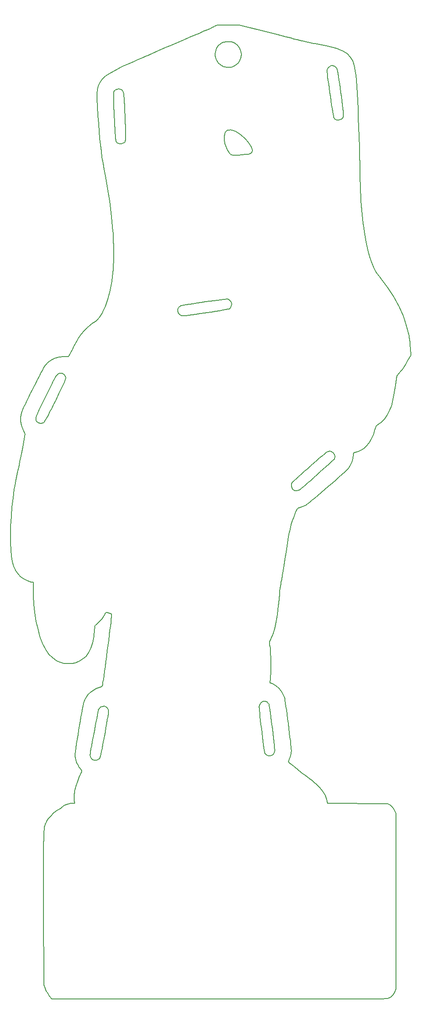
<source format=gm1>
G04 #@! TF.GenerationSoftware,KiCad,Pcbnew,(5.1.5)-3*
G04 #@! TF.CreationDate,2020-02-08T22:33:43-06:00*
G04 #@! TF.ProjectId,tymkrs_Cyphercon_2020_flamingo,74796d6b-7273-45f4-9379-70686572636f,V0*
G04 #@! TF.SameCoordinates,Original*
G04 #@! TF.FileFunction,Profile,NP*
%FSLAX46Y46*%
G04 Gerber Fmt 4.6, Leading zero omitted, Abs format (unit mm)*
G04 Created by KiCad (PCBNEW (5.1.5)-3) date 2020-02-08 22:33:43*
%MOMM*%
%LPD*%
G04 APERTURE LIST*
%ADD10C,0.180000*%
G04 APERTURE END LIST*
D10*
X134389769Y-10306290D02*
X134389769Y-10306290D01*
X129229538Y-9000000D02*
X134389769Y-10306290D01*
X125028184Y-9000000D02*
X129229538Y-9000000D01*
X124439092Y-9304966D02*
X125028184Y-9000000D01*
X124362799Y-9342052D02*
X124439092Y-9304966D01*
X124087874Y-9467697D02*
X124362799Y-9342052D01*
X123651897Y-9661892D02*
X124087874Y-9467697D01*
X123069734Y-9918177D02*
X123651897Y-9661892D01*
X122356248Y-10230090D02*
X123069734Y-9918177D01*
X121526305Y-10591170D02*
X122356248Y-10230090D01*
X120594769Y-10994955D02*
X121526305Y-10591170D01*
X119576506Y-11434985D02*
X120594769Y-10994955D01*
X118486380Y-11904799D02*
X119576506Y-11434985D01*
X117339256Y-12397934D02*
X118486380Y-11904799D01*
X116150000Y-12907931D02*
X117339256Y-12397934D01*
X115043862Y-13381756D02*
X116150000Y-12907931D01*
X113661289Y-13974308D02*
X115043862Y-13381756D01*
X112440285Y-14498249D02*
X113661289Y-13974308D01*
X111436475Y-14929898D02*
X112440285Y-14498249D01*
X124616199Y-14513890D02*
X124606637Y-14929898D01*
X124652955Y-14175813D02*
X124616199Y-14513890D01*
X124851357Y-13524250D02*
X124652955Y-14175813D01*
X125214341Y-12984870D02*
X124851357Y-13524250D01*
X125744801Y-12552643D02*
X125214341Y-12984870D01*
X125879562Y-12471491D02*
X125744801Y-12552643D01*
X126117005Y-12352408D02*
X125879562Y-12471491D01*
X126355528Y-12285657D02*
X126117005Y-12352408D01*
X126661384Y-12256449D02*
X126355528Y-12285657D01*
X127100828Y-12250000D02*
X126661384Y-12256449D01*
X127453821Y-12252718D02*
X127100828Y-12250000D01*
X127772288Y-12273030D02*
X127453821Y-12252718D01*
X128010035Y-12328017D02*
X127772288Y-12273030D01*
X128233633Y-12434694D02*
X128010035Y-12328017D01*
X128509655Y-12610076D02*
X128233633Y-12434694D01*
X128807027Y-12837786D02*
X128509655Y-12610076D01*
X129256642Y-13352010D02*
X128807027Y-12837786D01*
X129544653Y-13944316D02*
X129256642Y-13352010D01*
X129662899Y-14583274D02*
X129544653Y-13944316D01*
X129603221Y-15237456D02*
X129662899Y-14583274D01*
X129357457Y-15875432D02*
X129603221Y-15237456D01*
X129080442Y-16293189D02*
X129357457Y-15875432D01*
X128597106Y-16747307D02*
X129080442Y-16293189D01*
X127989020Y-17053873D02*
X128597106Y-16747307D01*
X127663223Y-17144661D02*
X127989020Y-17053873D01*
X126989018Y-17190910D02*
X127663223Y-17144661D01*
X126336162Y-17060170D02*
X126989018Y-17190910D01*
X125738484Y-16766500D02*
X126336162Y-17060170D01*
X125229809Y-16323963D02*
X125738484Y-16766500D01*
X124843964Y-15746616D02*
X125229809Y-16323963D01*
X124751922Y-15549122D02*
X124843964Y-15746616D01*
X124646030Y-15243328D02*
X124751922Y-15549122D01*
X124606637Y-14929898D02*
X124646030Y-15243328D01*
X111367884Y-14959393D02*
X111436475Y-14929898D01*
X110431120Y-15363555D02*
X111367884Y-14959393D01*
X109617027Y-15716547D02*
X110431120Y-15363555D01*
X108912639Y-16024183D02*
X109617027Y-15716547D01*
X108304990Y-16292278D02*
X108912639Y-16024183D01*
X107781113Y-16526645D02*
X108304990Y-16292278D01*
X107328044Y-16733098D02*
X107781113Y-16526645D01*
X106932815Y-16917451D02*
X107328044Y-16733098D01*
X106582461Y-17085518D02*
X106932815Y-16917451D01*
X106264015Y-17243112D02*
X106582461Y-17085518D01*
X105964513Y-17396047D02*
X106264015Y-17243112D01*
X105670986Y-17550138D02*
X105964513Y-17396047D01*
X105370471Y-17711197D02*
X105670986Y-17550138D01*
X105156299Y-17827376D02*
X105370471Y-17711197D01*
X146227145Y-17640605D02*
X146200000Y-17827376D01*
X146396351Y-17296386D02*
X146227145Y-17640605D01*
X146672155Y-17009923D02*
X146396351Y-17296386D01*
X146998015Y-16850435D02*
X146672155Y-17009923D01*
X147162886Y-16831448D02*
X146998015Y-16850435D01*
X147556672Y-16910803D02*
X147162886Y-16831448D01*
X147899482Y-17139163D02*
X147556672Y-16910803D01*
X148130723Y-17482704D02*
X147899482Y-17139163D01*
X148158968Y-17575020D02*
X148130723Y-17482704D01*
X148223945Y-17874346D02*
X148158968Y-17575020D01*
X148305189Y-18325852D02*
X148223945Y-17874346D01*
X148399404Y-18904543D02*
X148305189Y-18325852D01*
X148503295Y-19585423D02*
X148399404Y-18904543D01*
X148613565Y-20343498D02*
X148503295Y-19585423D01*
X148726921Y-21153770D02*
X148613565Y-20343498D01*
X148840065Y-21991246D02*
X148726921Y-21153770D01*
X148949703Y-22830928D02*
X148840065Y-21991246D01*
X149052539Y-23647823D02*
X148949703Y-22830928D01*
X149145277Y-24416934D02*
X149052539Y-23647823D01*
X149224622Y-25113266D02*
X149145277Y-24416934D01*
X149287278Y-25711823D02*
X149224622Y-25113266D01*
X149329949Y-26187610D02*
X149287278Y-25711823D01*
X149349341Y-26515631D02*
X149329949Y-26187610D01*
X149342156Y-26670891D02*
X149349341Y-26515631D01*
X149215855Y-26890714D02*
X149342156Y-26670891D01*
X149000000Y-27110272D02*
X149215855Y-26890714D01*
X148897643Y-27177663D02*
X149000000Y-27110272D01*
X148481605Y-27332161D02*
X148897643Y-27177663D01*
X148079585Y-27312878D02*
X148481605Y-27332161D01*
X147731659Y-27128325D02*
X148079585Y-27312878D01*
X147477907Y-26787015D02*
X147731659Y-27128325D01*
X147472240Y-26772456D02*
X147477907Y-26787015D01*
X147426856Y-26581931D02*
X147472240Y-26772456D01*
X147360107Y-26223135D02*
X147426856Y-26581931D01*
X147275624Y-25721520D02*
X147360107Y-26223135D01*
X147177036Y-25102540D02*
X147275624Y-25721520D01*
X147067975Y-24391649D02*
X147177036Y-25102540D01*
X146952070Y-23614299D02*
X147067975Y-24391649D01*
X146832953Y-22795945D02*
X146952070Y-23614299D01*
X146714253Y-21962041D02*
X146832953Y-22795945D01*
X146599601Y-21138038D02*
X146714253Y-21962041D01*
X146492627Y-20349392D02*
X146599601Y-21138038D01*
X146396962Y-19621556D02*
X146492627Y-20349392D01*
X146316237Y-18979982D02*
X146396962Y-19621556D01*
X146254081Y-18450126D02*
X146316237Y-18979982D01*
X146214125Y-18057439D02*
X146254081Y-18450126D01*
X146200000Y-17827376D02*
X146214125Y-18057439D01*
X105050000Y-17885039D02*
X105156299Y-17827376D01*
X104255510Y-18344901D02*
X105050000Y-17885039D01*
X103476984Y-18882883D02*
X104255510Y-18344901D01*
X102867996Y-19433287D02*
X103476984Y-18882883D01*
X102413534Y-20021207D02*
X102867996Y-19433287D01*
X102098586Y-20671739D02*
X102413534Y-20021207D01*
X101908141Y-21409977D02*
X102098586Y-20671739D01*
X101827187Y-22261017D02*
X101908141Y-21409977D01*
X101835191Y-22846254D02*
X101827187Y-22261017D01*
X105017947Y-22343389D02*
X105005251Y-22846254D01*
X105061507Y-21990829D02*
X105017947Y-22343389D01*
X105147994Y-21750180D02*
X105061507Y-21990829D01*
X105289470Y-21583047D02*
X105147994Y-21750180D01*
X105497998Y-21451035D02*
X105289470Y-21583047D01*
X105709018Y-21359449D02*
X105497998Y-21451035D01*
X106091495Y-21312402D02*
X105709018Y-21359449D01*
X106485497Y-21442500D02*
X106091495Y-21312402D01*
X106569447Y-21488220D02*
X106485497Y-21442500D01*
X106676470Y-21562939D02*
X106569447Y-21488220D01*
X106766482Y-21662349D02*
X106676470Y-21562939D01*
X106842045Y-21803960D02*
X106766482Y-21662349D01*
X106905721Y-22005287D02*
X106842045Y-21803960D01*
X106960071Y-22283840D02*
X106905721Y-22005287D01*
X107007658Y-22657134D02*
X106960071Y-22283840D01*
X107051044Y-23142680D02*
X107007658Y-22657134D01*
X107092790Y-23757990D02*
X107051044Y-23142680D01*
X107135459Y-24520578D02*
X107092790Y-23757990D01*
X107181612Y-25447955D02*
X107135459Y-24520578D01*
X107233813Y-26557635D02*
X107181612Y-25447955D01*
X107283873Y-27644501D02*
X107233813Y-26557635D01*
X107324799Y-28582666D02*
X107283873Y-27644501D01*
X107353853Y-29355515D02*
X107324799Y-28582666D01*
X107369882Y-29980519D02*
X107353853Y-29355515D01*
X107371734Y-30475149D02*
X107369882Y-29980519D01*
X107370627Y-30506487D02*
X107371734Y-30475149D01*
X126460725Y-29952644D02*
X126363254Y-30506487D01*
X126671423Y-29517199D02*
X126460725Y-29952644D01*
X126684001Y-29500531D02*
X126671423Y-29517199D01*
X126845250Y-29340970D02*
X126684001Y-29500531D01*
X127060034Y-29257120D02*
X126845250Y-29340970D01*
X127401257Y-29219214D02*
X127060034Y-29257120D01*
X127518202Y-29214304D02*
X127401257Y-29219214D01*
X127846147Y-29233870D02*
X127518202Y-29214304D01*
X128168803Y-29323270D02*
X127846147Y-29233870D01*
X128571857Y-29503298D02*
X128168803Y-29323270D01*
X128763433Y-29602623D02*
X128571857Y-29503298D01*
X129606108Y-30158062D02*
X128763433Y-29602623D01*
X130388387Y-30860703D02*
X129606108Y-30158062D01*
X131067274Y-31667492D02*
X130388387Y-30860703D01*
X131599774Y-32535374D02*
X131067274Y-31667492D01*
X131754924Y-32858373D02*
X131599774Y-32535374D01*
X131826246Y-33070477D02*
X131754924Y-32858373D01*
X131822523Y-33227838D02*
X131826246Y-33070477D01*
X131754702Y-33390906D02*
X131822523Y-33227838D01*
X131677969Y-33515437D02*
X131754702Y-33390906D01*
X131511132Y-33677088D02*
X131677969Y-33515437D01*
X131265110Y-33797728D02*
X131511132Y-33677088D01*
X130909711Y-33886628D02*
X131265110Y-33797728D01*
X130414739Y-33953054D02*
X130909711Y-33886628D01*
X129750000Y-34006276D02*
X130414739Y-33953054D01*
X129098259Y-34048816D02*
X129750000Y-34006276D01*
X128596901Y-34077553D02*
X129098259Y-34048816D01*
X128234218Y-34087506D02*
X128596901Y-34077553D01*
X127979324Y-34074945D02*
X128234218Y-34087506D01*
X127801331Y-34036143D02*
X127979324Y-34074945D01*
X127669352Y-33967370D02*
X127801331Y-34036143D01*
X127552501Y-33864898D02*
X127669352Y-33967370D01*
X127419890Y-33725000D02*
X127552501Y-33864898D01*
X127317871Y-33610197D02*
X127419890Y-33725000D01*
X126959104Y-33082141D02*
X127317871Y-33610197D01*
X126676932Y-32466557D02*
X126959104Y-33082141D01*
X126478683Y-31804630D02*
X126676932Y-32466557D01*
X126371682Y-31137545D02*
X126478683Y-31804630D01*
X126363254Y-30506487D02*
X126371682Y-31137545D01*
X107358255Y-30856877D02*
X107370627Y-30506487D01*
X107328293Y-31143175D02*
X107358255Y-30856877D01*
X107280694Y-31351515D02*
X107328293Y-31143175D01*
X107214307Y-31499367D02*
X107280694Y-31351515D01*
X107127977Y-31604203D02*
X107214307Y-31499367D01*
X107020552Y-31683496D02*
X107127977Y-31604203D01*
X106890880Y-31754715D02*
X107020552Y-31683496D01*
X106545237Y-31865190D02*
X106890880Y-31754715D01*
X106125671Y-31846194D02*
X106545237Y-31865190D01*
X105753153Y-31677044D02*
X106125671Y-31846194D01*
X105484389Y-31373123D02*
X105753153Y-31677044D01*
X105478637Y-31358722D02*
X105484389Y-31373123D01*
X105445964Y-31174508D02*
X105478637Y-31358722D01*
X105407336Y-30820968D02*
X105445964Y-31174508D01*
X105364208Y-30323493D02*
X105407336Y-30820968D01*
X105318036Y-29707474D02*
X105364208Y-30323493D01*
X105270274Y-28998303D02*
X105318036Y-29707474D01*
X105222378Y-28221371D02*
X105270274Y-28998303D01*
X105175802Y-27402070D02*
X105222378Y-28221371D01*
X105132003Y-26565791D02*
X105175802Y-27402070D01*
X105092436Y-25737925D02*
X105132003Y-26565791D01*
X105058554Y-24943865D02*
X105092436Y-25737925D01*
X105031814Y-24209000D02*
X105058554Y-24943865D01*
X105013671Y-23558723D02*
X105031814Y-24209000D01*
X105005581Y-23018425D02*
X105013671Y-23558723D01*
X105005251Y-22846254D02*
X105005581Y-23018425D01*
X101840712Y-23249952D02*
X101835191Y-22846254D01*
X101916831Y-24657056D02*
X101840712Y-23249952D01*
X102021560Y-26424728D02*
X101916831Y-24657056D01*
X102129263Y-28032753D02*
X102021560Y-26424728D01*
X102242404Y-29504437D02*
X102129263Y-28032753D01*
X102363444Y-30863087D02*
X102242404Y-29504437D01*
X102494847Y-32132009D02*
X102363444Y-30863087D01*
X102639074Y-33334509D02*
X102494847Y-32132009D01*
X102798588Y-34493893D02*
X102639074Y-33334509D01*
X102975852Y-35633468D02*
X102798588Y-34493893D01*
X103173327Y-36776539D02*
X102975852Y-35633468D01*
X103393477Y-37946414D02*
X103173327Y-36776539D01*
X103768095Y-39971759D02*
X103393477Y-37946414D01*
X104251745Y-42994026D02*
X103768095Y-39971759D01*
X104635434Y-45953710D02*
X104251745Y-42994026D01*
X104912053Y-48800000D02*
X104635434Y-45953710D01*
X104924186Y-48962219D02*
X104912053Y-48800000D01*
X104965482Y-49702047D02*
X104924186Y-48962219D01*
X104995963Y-50566370D02*
X104965482Y-49702047D01*
X105015650Y-51514662D02*
X104995963Y-50566370D01*
X105024562Y-52506395D02*
X105015650Y-51514662D01*
X105022718Y-53501045D02*
X105024562Y-52506395D01*
X105010139Y-54458084D02*
X105022718Y-53501045D01*
X104986844Y-55336986D02*
X105010139Y-54458084D01*
X104952854Y-56097225D02*
X104986844Y-55336986D01*
X104908188Y-56698274D02*
X104952854Y-56097225D01*
X104717759Y-58256609D02*
X104908188Y-56698274D01*
X104389233Y-60064762D02*
X104717759Y-58256609D01*
X103961614Y-61709281D02*
X104389233Y-60064762D01*
X103435964Y-63186210D02*
X103961614Y-61709281D01*
X103040044Y-64016298D02*
X103435964Y-63186210D01*
X117398353Y-63757502D02*
X117372727Y-64016298D01*
X117576343Y-63370164D02*
X117398353Y-63757502D01*
X117925250Y-63086486D02*
X117576343Y-63370164D01*
X117951829Y-63076844D02*
X117925250Y-63086486D01*
X118153052Y-63032181D02*
X117951829Y-63076844D01*
X118518664Y-62965832D02*
X118153052Y-63032181D01*
X119023457Y-62881467D02*
X118518664Y-62965832D01*
X119642219Y-62782757D02*
X119023457Y-62881467D01*
X120349742Y-62673374D02*
X119642219Y-62782757D01*
X121120816Y-62556986D02*
X120349742Y-62673374D01*
X121930231Y-62437266D02*
X121120816Y-62556986D01*
X122752778Y-62317884D02*
X121930231Y-62437266D01*
X123563247Y-62202510D02*
X122752778Y-62317884D01*
X124336429Y-62094815D02*
X123563247Y-62202510D01*
X125047114Y-61998470D02*
X124336429Y-62094815D01*
X125670092Y-61917145D02*
X125047114Y-61998470D01*
X126180154Y-61854511D02*
X125670092Y-61917145D01*
X126552090Y-61814239D02*
X126180154Y-61854511D01*
X126760691Y-61800000D02*
X126552090Y-61814239D01*
X126997525Y-61812004D02*
X126760691Y-61800000D01*
X127263513Y-61895023D02*
X126997525Y-61812004D01*
X127507692Y-62092307D02*
X127263513Y-61895023D01*
X127660219Y-62288972D02*
X127507692Y-62092307D01*
X127793255Y-62673487D02*
X127660219Y-62288972D01*
X127773324Y-63073440D02*
X127793255Y-62673487D01*
X127607481Y-63433544D02*
X127773324Y-63073440D01*
X127302777Y-63698513D02*
X127607481Y-63433544D01*
X127262032Y-63711890D02*
X127302777Y-63698513D01*
X127040008Y-63759306D02*
X127262032Y-63711890D01*
X126651934Y-63829526D02*
X127040008Y-63759306D01*
X126119583Y-63919017D02*
X126651934Y-63829526D01*
X125464730Y-64024250D02*
X126119583Y-63919017D01*
X124709150Y-64141691D02*
X125464730Y-64024250D01*
X123874617Y-64267811D02*
X124709150Y-64141691D01*
X122982905Y-64399079D02*
X123874617Y-64267811D01*
X122595488Y-64455103D02*
X122982905Y-64399079D01*
X121710384Y-64581078D02*
X122595488Y-64455103D01*
X120882829Y-64696137D02*
X121710384Y-64581078D01*
X120136203Y-64797196D02*
X120882829Y-64696137D01*
X119493886Y-64881173D02*
X120136203Y-64797196D01*
X118979256Y-64944986D02*
X119493886Y-64881173D01*
X118615694Y-64985553D02*
X118979256Y-64944986D01*
X118426577Y-64999791D02*
X118615694Y-64985553D01*
X118080805Y-64953193D02*
X118426577Y-64999791D01*
X117706886Y-64758429D02*
X118080805Y-64953193D01*
X117461131Y-64437051D02*
X117706886Y-64758429D01*
X117372727Y-64016298D02*
X117461131Y-64437051D01*
X102813349Y-64491589D02*
X103040044Y-64016298D01*
X102654929Y-64771454D02*
X102813349Y-64491589D01*
X102331996Y-65273076D02*
X102654929Y-64771454D01*
X102005085Y-65660646D02*
X102331996Y-65273076D01*
X101626725Y-65985755D02*
X102005085Y-65660646D01*
X101149446Y-66300000D02*
X101626725Y-65985755D01*
X101066122Y-66351668D02*
X101149446Y-66300000D01*
X100516732Y-66756025D02*
X101066122Y-66351668D01*
X99924432Y-67283634D02*
X100516732Y-66756025D01*
X99333890Y-67889186D02*
X99924432Y-67283634D01*
X98789777Y-68527372D02*
X99333890Y-67889186D01*
X98336764Y-69152883D02*
X98789777Y-68527372D01*
X98273960Y-69251310D02*
X98336764Y-69152883D01*
X97994248Y-69718326D02*
X98273960Y-69251310D01*
X97674384Y-70287178D02*
X97994248Y-69718326D01*
X97349131Y-70894878D02*
X97674384Y-70287178D01*
X97053252Y-71478440D02*
X97349131Y-70894878D01*
X96356505Y-72901113D02*
X97053252Y-71478440D01*
X95753252Y-72840078D02*
X96356505Y-72901113D01*
X95397103Y-72820268D02*
X95753252Y-72840078D01*
X94511769Y-72903635D02*
X95397103Y-72820268D01*
X93651464Y-73163425D02*
X94511769Y-72903635D01*
X92856945Y-73584712D02*
X93651464Y-73163425D01*
X92168970Y-74152572D02*
X92856945Y-73584712D01*
X92136405Y-74186349D02*
X92168970Y-74152572D01*
X91992989Y-74347606D02*
X92136405Y-74186349D01*
X91846845Y-74537986D02*
X91992989Y-74347606D01*
X91687398Y-74776341D02*
X91846845Y-74537986D01*
X91504071Y-75081520D02*
X91687398Y-74776341D01*
X91286288Y-75472373D02*
X91504071Y-75081520D01*
X91023473Y-75967749D02*
X91286288Y-75472373D01*
X90705049Y-76586499D02*
X91023473Y-75967749D01*
X90320442Y-77347473D02*
X90705049Y-76586499D01*
X89859074Y-78269519D02*
X90320442Y-77347473D01*
X89800128Y-78387699D02*
X89859074Y-78269519D01*
X89389455Y-79211932D02*
X89800128Y-78387699D01*
X88991450Y-80012180D02*
X89389455Y-79211932D01*
X88618906Y-80762625D02*
X88991450Y-80012180D01*
X88284615Y-81437448D02*
X88618906Y-80762625D01*
X88001369Y-82010830D02*
X88284615Y-81437448D01*
X87781961Y-82456954D02*
X88001369Y-82010830D01*
X87639181Y-82750000D02*
X87781961Y-82456954D01*
X87271941Y-83657415D02*
X87639181Y-82750000D01*
X87080306Y-84514687D02*
X87271941Y-83657415D01*
X87075664Y-84832090D02*
X87080306Y-84514687D01*
X90053516Y-84613036D02*
X90022240Y-84832090D01*
X90134396Y-84331460D02*
X90053516Y-84613036D01*
X90270637Y-83970772D02*
X90134396Y-84331460D01*
X90467997Y-83514382D02*
X90270637Y-83970772D01*
X90732232Y-82945700D02*
X90467997Y-83514382D01*
X91069102Y-82248135D02*
X90732232Y-82945700D01*
X91484364Y-81405099D02*
X91069102Y-82248135D01*
X91983775Y-80400000D02*
X91484364Y-81405099D01*
X92320979Y-79723645D02*
X91983775Y-80400000D01*
X92747994Y-78872047D02*
X92320979Y-79723645D01*
X93102438Y-78173405D02*
X92747994Y-78872047D01*
X93393162Y-77611715D02*
X93102438Y-78173405D01*
X93629016Y-77170975D02*
X93393162Y-77611715D01*
X93818853Y-76835184D02*
X93629016Y-77170975D01*
X93971523Y-76588338D02*
X93818853Y-76835184D01*
X94095877Y-76414437D02*
X93971523Y-76588338D01*
X94200767Y-76297477D02*
X94095877Y-76414437D01*
X94295045Y-76221457D02*
X94200767Y-76297477D01*
X94326298Y-76201128D02*
X94295045Y-76221457D01*
X94643945Y-76054960D02*
X94326298Y-76201128D01*
X94945045Y-76053657D02*
X94643945Y-76054960D01*
X95144541Y-76120246D02*
X94945045Y-76053657D01*
X95473734Y-76355310D02*
X95144541Y-76120246D01*
X95709695Y-76684607D02*
X95473734Y-76355310D01*
X95800000Y-77047212D02*
X95709695Y-76684607D01*
X95766127Y-77186930D02*
X95800000Y-77047212D01*
X95650139Y-77492124D02*
X95766127Y-77186930D01*
X95462428Y-77930548D02*
X95650139Y-77492124D01*
X95214164Y-78479744D02*
X95462428Y-77930548D01*
X94916519Y-79117252D02*
X95214164Y-78479744D01*
X94580663Y-79820614D02*
X94916519Y-79117252D01*
X94217767Y-80567371D02*
X94580663Y-79820614D01*
X93839002Y-81335065D02*
X94217767Y-80567371D01*
X93455539Y-82101235D02*
X93839002Y-81335065D01*
X93078549Y-82843424D02*
X93455539Y-82101235D01*
X92719203Y-83539172D02*
X93078549Y-82843424D01*
X92388671Y-84166021D02*
X92719203Y-83539172D01*
X92098125Y-84701512D02*
X92388671Y-84166021D01*
X91858735Y-85123185D02*
X92098125Y-84701512D01*
X91681672Y-85408583D02*
X91858735Y-85123185D01*
X91578107Y-85535245D02*
X91681672Y-85408583D01*
X91393255Y-85637623D02*
X91578107Y-85535245D01*
X90971759Y-85749308D02*
X91393255Y-85637623D01*
X90591777Y-85665369D02*
X90971759Y-85749308D01*
X90253413Y-85385819D02*
X90591777Y-85665369D01*
X90168452Y-85280023D02*
X90253413Y-85385819D01*
X90085465Y-85148994D02*
X90168452Y-85280023D01*
X90034809Y-85005213D02*
X90085465Y-85148994D01*
X90022240Y-84832090D02*
X90034809Y-85005213D01*
X87068228Y-85340545D02*
X87075664Y-84832090D01*
X87235329Y-86162683D02*
X87068228Y-85340545D01*
X87581232Y-87008795D02*
X87235329Y-86162683D01*
X87961954Y-87767591D02*
X87581232Y-87008795D01*
X87492937Y-90308795D02*
X87961954Y-87767591D01*
X87412853Y-90737954D02*
X87492937Y-90308795D01*
X87260629Y-91532183D02*
X87412853Y-90737954D01*
X87105521Y-92317500D02*
X87260629Y-91532183D01*
X86957013Y-93046907D02*
X87105521Y-92317500D01*
X86824590Y-93673406D02*
X86957013Y-93046907D01*
X86717737Y-94150000D02*
X86824590Y-93673406D01*
X86519130Y-95015511D02*
X86717737Y-94150000D01*
X86158603Y-96742542D02*
X86519130Y-95015511D01*
X85974293Y-97784536D02*
X86158603Y-96742542D01*
X139301040Y-97725131D02*
X139300000Y-97784536D01*
X139334134Y-97421274D02*
X139301040Y-97725131D01*
X139399272Y-97201359D02*
X139334134Y-97421274D01*
X139423915Y-97171216D02*
X139399272Y-97201359D01*
X139578628Y-97018030D02*
X139423915Y-97171216D01*
X139856621Y-96758081D02*
X139578628Y-97018030D01*
X140239011Y-96408088D02*
X139856621Y-96758081D01*
X140706915Y-95984770D02*
X140239011Y-96408088D01*
X141241450Y-95504847D02*
X140706915Y-95984770D01*
X141823734Y-94985040D02*
X141241450Y-95504847D01*
X142434882Y-94442068D02*
X141823734Y-94985040D01*
X143056012Y-93892650D02*
X142434882Y-94442068D01*
X143668242Y-93353506D02*
X143056012Y-93892650D01*
X144252687Y-92841357D02*
X143668242Y-93353506D01*
X144790466Y-92372921D02*
X144252687Y-92841357D01*
X145262694Y-91964919D02*
X144790466Y-92372921D01*
X145650490Y-91634070D02*
X145262694Y-91964919D01*
X145934969Y-91397094D02*
X145650490Y-91634070D01*
X146097250Y-91270711D02*
X145934969Y-91397094D01*
X146121569Y-91255040D02*
X146097250Y-91270711D01*
X146404530Y-91145038D02*
X146121569Y-91255040D01*
X146729942Y-91100000D02*
X146404530Y-91145038D01*
X147080016Y-91166411D02*
X146729942Y-91100000D01*
X147408122Y-91385623D02*
X147080016Y-91166411D01*
X147627508Y-91717537D02*
X147408122Y-91385623D01*
X147712018Y-92120220D02*
X147627508Y-91717537D01*
X147635494Y-92551740D02*
X147712018Y-92120220D01*
X147633533Y-92555432D02*
X147635494Y-92551740D01*
X147535619Y-92659663D02*
X147633533Y-92555432D01*
X147307474Y-92877022D02*
X147535619Y-92659663D01*
X146967714Y-93190980D02*
X147307474Y-92877022D01*
X146534957Y-93585008D02*
X146967714Y-93190980D01*
X146027821Y-94042579D02*
X146534957Y-93585008D01*
X145464924Y-94547162D02*
X146027821Y-94042579D01*
X144864883Y-95082231D02*
X145464924Y-94547162D01*
X144246316Y-95631256D02*
X144864883Y-95082231D01*
X143627841Y-96177708D02*
X144246316Y-95631256D01*
X143028076Y-96705060D02*
X143627841Y-96177708D01*
X142465638Y-97196782D02*
X143028076Y-96705060D01*
X141959145Y-97636346D02*
X142465638Y-97196782D01*
X141527215Y-98007224D02*
X141959145Y-97636346D01*
X141188465Y-98292886D02*
X141527215Y-98007224D01*
X140961514Y-98476805D02*
X141188465Y-98292886D01*
X140719816Y-98618706D02*
X140961514Y-98476805D01*
X140326363Y-98703334D02*
X140719816Y-98618706D01*
X139943524Y-98643844D02*
X140326363Y-98703334D01*
X139615431Y-98458623D02*
X139943524Y-98643844D01*
X139386212Y-98166058D02*
X139615431Y-98458623D01*
X139300000Y-97784536D02*
X139386212Y-98166058D01*
X85862507Y-98416518D02*
X85974293Y-97784536D01*
X85624137Y-100087571D02*
X85862507Y-98416518D01*
X85436787Y-101805830D02*
X85624137Y-100087571D01*
X85293753Y-103621426D02*
X85436787Y-101805830D01*
X85188329Y-105584489D02*
X85293753Y-103621426D01*
X85140103Y-107202796D02*
X85188329Y-105584489D01*
X85145104Y-108757750D02*
X85140103Y-107202796D01*
X85209328Y-110131575D02*
X85145104Y-108757750D01*
X85333336Y-111329563D02*
X85209328Y-110131575D01*
X85517688Y-112357008D02*
X85333336Y-111329563D01*
X85762942Y-113219204D02*
X85517688Y-112357008D01*
X86069660Y-113921445D02*
X85762942Y-113219204D01*
X86097396Y-113971910D02*
X86069660Y-113921445D01*
X86558913Y-114650671D02*
X86097396Y-113971910D01*
X87125802Y-115247030D02*
X86558913Y-114650671D01*
X87761423Y-115732660D02*
X87125802Y-115247030D01*
X88429138Y-116079232D02*
X87761423Y-115732660D01*
X89092307Y-116258418D02*
X88429138Y-116079232D01*
X89559893Y-116320445D02*
X89092307Y-116258418D01*
X89517781Y-117802838D02*
X89559893Y-116320445D01*
X89523358Y-119039035D02*
X89517781Y-117802838D01*
X89621000Y-120565121D02*
X89523358Y-119039035D01*
X89810306Y-122173910D02*
X89621000Y-120565121D01*
X90085553Y-123818002D02*
X89810306Y-122173910D01*
X90441020Y-125450000D02*
X90085553Y-123818002D01*
X90839596Y-126846592D02*
X90441020Y-125450000D01*
X91329778Y-128121021D02*
X90839596Y-126846592D01*
X91897456Y-129219838D02*
X91329778Y-128121021D01*
X92540929Y-130140623D02*
X91897456Y-129219838D01*
X93258495Y-130880950D02*
X92540929Y-130140623D01*
X94048451Y-131438398D02*
X93258495Y-130880950D01*
X94909095Y-131810544D02*
X94048451Y-131438398D01*
X95506648Y-131939893D02*
X94909095Y-131810544D01*
X96236208Y-131995167D02*
X95506648Y-131939893D01*
X96966049Y-131961839D02*
X96236208Y-131995167D01*
X97606849Y-131838968D02*
X96966049Y-131961839D01*
X98314946Y-131573320D02*
X97606849Y-131838968D01*
X99049720Y-131141539D02*
X98314946Y-131573320D01*
X99676339Y-130575021D02*
X99049720Y-131141539D01*
X100199556Y-129865646D02*
X99676339Y-130575021D01*
X100624124Y-129005293D02*
X100199556Y-129865646D01*
X100954793Y-127985842D02*
X100624124Y-129005293D01*
X101196318Y-126799172D02*
X100954793Y-127985842D01*
X101353451Y-125437163D02*
X101196318Y-126799172D01*
X101385104Y-125073811D02*
X101353451Y-125437163D01*
X101426894Y-124800105D02*
X101385104Y-125073811D01*
X101496808Y-124622699D02*
X101426894Y-124800105D01*
X101617770Y-124486688D02*
X101496808Y-124622699D01*
X101812704Y-124337163D02*
X101617770Y-124486688D01*
X102004759Y-124176542D02*
X101812704Y-124337163D01*
X102356571Y-123813019D02*
X102004759Y-124176542D01*
X102723748Y-123368461D02*
X102356571Y-123813019D01*
X103058769Y-122901891D02*
X102723748Y-123368461D01*
X103314114Y-122472334D02*
X103058769Y-122901891D01*
X103449826Y-122240132D02*
X103314114Y-122472334D01*
X103574005Y-122144214D02*
X103449826Y-122240132D01*
X103729707Y-122162084D02*
X103574005Y-122144214D01*
X103734662Y-122163703D02*
X103729707Y-122162084D01*
X103992271Y-122232327D02*
X103734662Y-122163703D01*
X104300000Y-122295969D02*
X103992271Y-122232327D01*
X104300953Y-122296136D02*
X104300000Y-122295969D01*
X104534457Y-122355750D02*
X104300953Y-122296136D01*
X104627129Y-122468127D02*
X104534457Y-122355750D01*
X104637171Y-122703640D02*
X104627129Y-122468127D01*
X104636938Y-122709563D02*
X104637171Y-122703640D01*
X104616638Y-122973228D02*
X104636938Y-122709563D01*
X104571643Y-123411524D02*
X104616638Y-122973228D01*
X104504843Y-124002502D02*
X104571643Y-123411524D01*
X104419128Y-124724212D02*
X104504843Y-124002502D01*
X104317389Y-125554706D02*
X104419128Y-124724212D01*
X104202515Y-126472035D02*
X104317389Y-125554706D01*
X104077398Y-127454251D02*
X104202515Y-126472035D01*
X103944926Y-128479403D02*
X104077398Y-127454251D01*
X103807990Y-129525543D02*
X103944926Y-128479403D01*
X103669482Y-130570723D02*
X103807990Y-129525543D01*
X103532289Y-131592992D02*
X103669482Y-130570723D01*
X103399304Y-132570403D02*
X103532289Y-131592992D01*
X103273416Y-133481007D02*
X103399304Y-132570403D01*
X103157516Y-134302853D02*
X103273416Y-133481007D01*
X103054493Y-135013994D02*
X103157516Y-134302853D01*
X102967238Y-135592481D02*
X103054493Y-135013994D01*
X102898641Y-136016365D02*
X102967238Y-135592481D01*
X102851592Y-136263696D02*
X102898641Y-136016365D01*
X102843346Y-136293305D02*
X102851592Y-136263696D01*
X102712644Y-136453087D02*
X102843346Y-136293305D01*
X102425931Y-136547229D02*
X102712644Y-136453087D01*
X102190016Y-136608353D02*
X102425931Y-136547229D01*
X101685370Y-136815075D02*
X102190016Y-136608353D01*
X101149044Y-137110523D02*
X101685370Y-136815075D01*
X100647605Y-137456019D02*
X101149044Y-137110523D01*
X100247623Y-137812885D02*
X100647605Y-137456019D01*
X100149495Y-137920993D02*
X100247623Y-137812885D01*
X99815430Y-138356613D02*
X100149495Y-137920993D01*
X99544254Y-138845698D02*
X99815430Y-138356613D01*
X99321173Y-139424875D02*
X99544254Y-138845698D01*
X99131392Y-140130767D02*
X99321173Y-139424875D01*
X98960114Y-141000000D02*
X99131392Y-140130767D01*
X98940229Y-141114583D02*
X98960114Y-141000000D01*
X98849489Y-141635641D02*
X98940229Y-141114583D01*
X98732882Y-142303187D02*
X98849489Y-141635641D01*
X98597311Y-143077807D02*
X98732882Y-142303187D01*
X98449677Y-143920090D02*
X98597311Y-143077807D01*
X98296882Y-144790625D02*
X98449677Y-143920090D01*
X98145827Y-145650000D02*
X98296882Y-144790625D01*
X97990383Y-146546737D02*
X98145827Y-145650000D01*
X97838618Y-147470591D02*
X97990383Y-146546737D01*
X97725811Y-148239989D02*
X97838618Y-147470591D01*
X97651223Y-148877616D02*
X97725811Y-148239989D01*
X97614116Y-149406155D02*
X97651223Y-148877616D01*
X97613972Y-149580059D02*
X97614116Y-149406155D01*
X100502178Y-149544997D02*
X100500000Y-149580059D01*
X100532281Y-149320491D02*
X100502178Y-149544997D01*
X100594046Y-148934519D02*
X100532281Y-149320491D01*
X100682722Y-148412680D02*
X100594046Y-148934519D01*
X100793556Y-147780577D02*
X100682722Y-148412680D01*
X100921799Y-147063808D02*
X100793556Y-147780577D01*
X101062697Y-146287974D02*
X100921799Y-147063808D01*
X101211500Y-145478676D02*
X101062697Y-146287974D01*
X101363457Y-144661513D02*
X101211500Y-145478676D01*
X101513814Y-143862087D02*
X101363457Y-144661513D01*
X101657822Y-143105997D02*
X101513814Y-143862087D01*
X101790729Y-142418845D02*
X101657822Y-143105997D01*
X101907783Y-141826229D02*
X101790729Y-142418845D01*
X102004232Y-141353751D02*
X101907783Y-141826229D01*
X102075325Y-141027012D02*
X102004232Y-141353751D01*
X102116311Y-140871610D02*
X102075325Y-141027012D01*
X102221858Y-140667903D02*
X102116311Y-140871610D01*
X102506017Y-140379050D02*
X102221858Y-140667903D01*
X102858296Y-140227490D02*
X102506017Y-140379050D01*
X103234283Y-140211301D02*
X102858296Y-140227490D01*
X103589566Y-140328559D02*
X103234283Y-140211301D01*
X103632569Y-140365429D02*
X103589566Y-140328559D01*
X133102181Y-140300149D02*
X133101068Y-140365429D01*
X133201118Y-139835719D02*
X133102181Y-140300149D01*
X133450008Y-139487887D02*
X133201118Y-139835719D01*
X133834572Y-139277827D02*
X133450008Y-139487887D01*
X134014512Y-139230743D02*
X133834572Y-139277827D01*
X134256690Y-139219059D02*
X134014512Y-139230743D01*
X134476540Y-139305798D02*
X134256690Y-139219059D01*
X134562323Y-139355259D02*
X134476540Y-139305798D01*
X134690371Y-139439449D02*
X134562323Y-139355259D01*
X134798985Y-139539169D02*
X134690371Y-139439449D01*
X134892425Y-139672730D02*
X134798985Y-139539169D01*
X134974948Y-139858446D02*
X134892425Y-139672730D01*
X135050814Y-140114629D02*
X134974948Y-139858446D01*
X135124280Y-140459592D02*
X135050814Y-140114629D01*
X135199606Y-140911647D02*
X135124280Y-140459592D01*
X135281049Y-141489107D02*
X135199606Y-140911647D01*
X135372868Y-142210284D02*
X135281049Y-141489107D01*
X135479322Y-143093492D02*
X135372868Y-142210284D01*
X135604670Y-144157043D02*
X135479322Y-143093492D01*
X135655703Y-144593523D02*
X135604670Y-144157043D01*
X135758022Y-145480826D02*
X135655703Y-144593523D01*
X135851461Y-146307283D02*
X135758022Y-145480826D01*
X135933537Y-147049938D02*
X135851461Y-146307283D01*
X136001766Y-147685835D02*
X135933537Y-147049938D01*
X136053667Y-148192019D02*
X136001766Y-147685835D01*
X136086756Y-148545533D02*
X136053667Y-148192019D01*
X136098551Y-148723422D02*
X136086756Y-148545533D01*
X136041275Y-149068167D02*
X136098551Y-148723422D01*
X135825000Y-149401895D02*
X136041275Y-149068167D01*
X135665337Y-149549439D02*
X135825000Y-149401895D01*
X135283740Y-149733900D02*
X135665337Y-149549439D01*
X134882263Y-149746454D02*
X135283740Y-149733900D01*
X134507237Y-149590849D02*
X134882263Y-149746454D01*
X134204992Y-149270833D02*
X134507237Y-149590849D01*
X134197891Y-149253717D02*
X134204992Y-149270833D01*
X134158245Y-149071755D02*
X134197891Y-149253717D01*
X134100377Y-148722718D02*
X134158245Y-149071755D01*
X134027389Y-148231625D02*
X134100377Y-148722718D01*
X133942381Y-147623497D02*
X134027389Y-148231625D01*
X133848456Y-146923352D02*
X133942381Y-147623497D01*
X133748715Y-146156211D02*
X133848456Y-146923352D01*
X133646259Y-145347095D02*
X133748715Y-146156211D01*
X133544190Y-144521023D02*
X133646259Y-145347095D01*
X133445610Y-143703014D02*
X133544190Y-144521023D01*
X133353619Y-142918090D02*
X133445610Y-143703014D01*
X133271320Y-142191270D02*
X133353619Y-142918090D01*
X133201814Y-141547574D02*
X133271320Y-142191270D01*
X133148202Y-141012021D02*
X133201814Y-141547574D01*
X133113587Y-140609633D02*
X133148202Y-141012021D01*
X133101068Y-140365429D02*
X133113587Y-140609633D01*
X103879734Y-140577345D02*
X103632569Y-140365429D01*
X104060375Y-140955735D02*
X103879734Y-140577345D01*
X104062879Y-141008736D02*
X104060375Y-140955735D01*
X104041343Y-141249266D02*
X104062879Y-141008736D01*
X103988200Y-141648675D02*
X104041343Y-141249266D01*
X103907905Y-142182046D02*
X103988200Y-141648675D01*
X103804917Y-142824463D02*
X103907905Y-142182046D01*
X103683694Y-143551009D02*
X103804917Y-142824463D01*
X103548692Y-144336768D02*
X103683694Y-143551009D01*
X103404370Y-145156823D02*
X103548692Y-144336768D01*
X103255185Y-145986257D02*
X103404370Y-145156823D01*
X103105595Y-146800155D02*
X103255185Y-145986257D01*
X102960057Y-147573598D02*
X103105595Y-146800155D01*
X102823028Y-148281672D02*
X102960057Y-147573598D01*
X102698967Y-148899458D02*
X102823028Y-148281672D01*
X102592332Y-149402041D02*
X102698967Y-148899458D01*
X102507578Y-149764504D02*
X102592332Y-149402041D01*
X102449165Y-149961930D02*
X102507578Y-149764504D01*
X102293822Y-150225542D02*
X102449165Y-149961930D01*
X102088312Y-150436930D02*
X102293822Y-150225542D01*
X102004158Y-150485512D02*
X102088312Y-150436930D01*
X101663837Y-150579516D02*
X102004158Y-150485512D01*
X101285657Y-150583412D02*
X101663837Y-150579516D01*
X100974997Y-150491988D02*
X101285657Y-150583412D01*
X100920328Y-150453693D02*
X100974997Y-150491988D01*
X100719136Y-150213040D02*
X100920328Y-150453693D01*
X100562865Y-149890799D02*
X100719136Y-150213040D01*
X100500000Y-149580059D02*
X100562865Y-149890799D01*
X97613752Y-149848290D02*
X97613972Y-149580059D01*
X97649391Y-150226705D02*
X97613752Y-149848290D01*
X97720296Y-150564083D02*
X97649391Y-150226705D01*
X97825728Y-150883109D02*
X97720296Y-150564083D01*
X97964948Y-151206466D02*
X97825728Y-150883109D01*
X98145920Y-151556034D02*
X97964948Y-151206466D01*
X98376700Y-151935608D02*
X98145920Y-151556034D01*
X98585263Y-152217938D02*
X98376700Y-151935608D01*
X98682543Y-152334354D02*
X98585263Y-152217938D01*
X98838476Y-152552947D02*
X98682543Y-152334354D01*
X98900000Y-152690697D02*
X98838476Y-152552947D01*
X98898016Y-152706749D02*
X98900000Y-152690697D01*
X98838945Y-152875972D02*
X98898016Y-152706749D01*
X98714391Y-153159786D02*
X98838945Y-152875972D01*
X98546803Y-153506346D02*
X98714391Y-153159786D01*
X98468479Y-153665469D02*
X98546803Y-153506346D01*
X98068963Y-154610807D02*
X98468479Y-153665469D01*
X97757140Y-155587754D02*
X98068963Y-154610807D01*
X97543588Y-156550412D02*
X97757140Y-155587754D01*
X97438886Y-157452886D02*
X97543588Y-156550412D01*
X97453612Y-158249277D02*
X97438886Y-157452886D01*
X97520342Y-158872393D02*
X97453612Y-158249277D01*
X96780872Y-158919849D02*
X97520342Y-158872393D01*
X96764961Y-158920910D02*
X96780872Y-158919849D01*
X96189269Y-159012182D02*
X96764961Y-158920910D01*
X95664946Y-159190496D02*
X96189269Y-159012182D01*
X95241134Y-159434137D02*
X95664946Y-159190496D01*
X94966976Y-159721389D02*
X95241134Y-159434137D01*
X94863041Y-159830439D02*
X94966976Y-159721389D01*
X94615228Y-160007065D02*
X94863041Y-159830439D01*
X94300000Y-160182185D02*
X94615228Y-160007065D01*
X93903659Y-160421535D02*
X94300000Y-160182185D01*
X93395548Y-160829584D02*
X93903659Y-160421535D01*
X92895777Y-161323093D02*
X93395548Y-160829584D01*
X92455776Y-161850515D02*
X92895777Y-161323093D01*
X92126969Y-162360302D02*
X92455776Y-161850515D01*
X92066535Y-162472654D02*
X92126969Y-162360302D01*
X91988225Y-162616358D02*
X92066535Y-162472654D01*
X91917404Y-162752280D02*
X91988225Y-162616358D01*
X91853714Y-162890314D02*
X91917404Y-162752280D01*
X91796798Y-163040356D02*
X91853714Y-162890314D01*
X91746298Y-163212299D02*
X91796798Y-163040356D01*
X91701857Y-163416038D02*
X91746298Y-163212299D01*
X91663117Y-163661466D02*
X91701857Y-163416038D01*
X91629721Y-163958480D02*
X91663117Y-163661466D01*
X91601311Y-164316972D02*
X91629721Y-163958480D01*
X91577531Y-164746837D02*
X91601311Y-164316972D01*
X91558021Y-165257970D02*
X91577531Y-164746837D01*
X91542425Y-165860265D02*
X91558021Y-165257970D01*
X91530386Y-166563617D02*
X91542425Y-165860265D01*
X91521545Y-167377918D02*
X91530386Y-166563617D01*
X91515545Y-168313066D02*
X91521545Y-167377918D01*
X91512030Y-169378952D02*
X91515545Y-168313066D01*
X91510640Y-170585472D02*
X91512030Y-169378952D01*
X91511019Y-171942521D02*
X91510640Y-170585472D01*
X91512810Y-173459992D02*
X91511019Y-171942521D01*
X91515654Y-175147779D02*
X91512810Y-173459992D01*
X91519195Y-177015778D02*
X91515654Y-175147779D01*
X91523074Y-179073883D02*
X91519195Y-177015778D01*
X91550000Y-193850000D02*
X91523074Y-179073883D01*
X91827379Y-194550000D02*
X91550000Y-193850000D01*
X91833076Y-194564255D02*
X91827379Y-194550000D01*
X92042657Y-195007049D02*
X91833076Y-194564255D01*
X92321308Y-195494984D02*
X92042657Y-195007049D01*
X92610343Y-195925000D02*
X92321308Y-195494984D01*
X93115928Y-196600000D02*
X92610343Y-195925000D01*
X125232964Y-196599442D02*
X93115928Y-196600000D01*
X125477425Y-196599436D02*
X125232964Y-196599442D01*
X128775937Y-196599109D02*
X125477425Y-196599436D01*
X131877875Y-196598305D02*
X128775937Y-196599109D01*
X134786434Y-196597014D02*
X131877875Y-196598305D01*
X137504811Y-196595225D02*
X134786434Y-196597014D01*
X140036201Y-196592928D02*
X137504811Y-196595225D01*
X142383800Y-196590111D02*
X140036201Y-196592928D01*
X144550803Y-196586764D02*
X142383800Y-196590111D01*
X146540407Y-196582875D02*
X144550803Y-196586764D01*
X148355808Y-196578436D02*
X146540407Y-196582875D01*
X150000200Y-196573433D02*
X148355808Y-196578436D01*
X151476781Y-196567858D02*
X150000200Y-196573433D01*
X152788745Y-196561698D02*
X151476781Y-196567858D01*
X153939289Y-196554944D02*
X152788745Y-196561698D01*
X154931607Y-196547585D02*
X153939289Y-196554944D01*
X155768897Y-196539609D02*
X154931607Y-196547585D01*
X156454354Y-196531006D02*
X155768897Y-196539609D01*
X156991174Y-196521766D02*
X156454354Y-196531006D01*
X157382552Y-196511878D02*
X156991174Y-196521766D01*
X157631684Y-196501330D02*
X157382552Y-196511878D01*
X157741766Y-196490112D02*
X157631684Y-196501330D01*
X157882996Y-196447798D02*
X157741766Y-196490112D01*
X158446648Y-196188733D02*
X157882996Y-196447798D01*
X158875256Y-195806484D02*
X158446648Y-196188733D01*
X159206820Y-195269390D02*
X158875256Y-195806484D01*
X159499842Y-194650000D02*
X159206820Y-195269390D01*
X159499921Y-177740515D02*
X159499842Y-194650000D01*
X159500000Y-160831031D02*
X159499921Y-177740515D01*
X159175000Y-160193853D02*
X159500000Y-160831031D01*
X159136829Y-160120069D02*
X159175000Y-160193853D01*
X158911131Y-159744734D02*
X159136829Y-160120069D01*
X158669560Y-159479428D02*
X158911131Y-159744734D01*
X158350000Y-159253337D02*
X158669560Y-159479428D01*
X157850000Y-158950000D02*
X158350000Y-159253337D01*
X146255450Y-158850000D02*
X157850000Y-158950000D01*
X146183275Y-158426970D02*
X146255450Y-158850000D01*
X146102611Y-158085448D02*
X146183275Y-158426970D01*
X145824076Y-157389145D02*
X146102611Y-158085448D01*
X145401983Y-156665051D02*
X145824076Y-157389145D01*
X144860408Y-155951726D02*
X145401983Y-156665051D01*
X144223425Y-155287736D02*
X144860408Y-155951726D01*
X144094299Y-155171910D02*
X144223425Y-155287736D01*
X143740046Y-154871291D02*
X144094299Y-155171910D01*
X143291765Y-154505850D02*
X143740046Y-154871291D01*
X142793842Y-154111495D02*
X143291765Y-154505850D01*
X142290664Y-153724136D02*
X142793842Y-154111495D01*
X142066453Y-153554232D02*
X142290664Y-153724136D01*
X141235582Y-152922547D02*
X142066453Y-153554232D01*
X140549963Y-152397004D02*
X141235582Y-152922547D01*
X139997078Y-151967307D02*
X140549963Y-152397004D01*
X139564407Y-151623159D02*
X139997078Y-151967307D01*
X139239434Y-151354266D02*
X139564407Y-151623159D01*
X139009640Y-151150330D02*
X139239434Y-151354266D01*
X138862506Y-151001056D02*
X139009640Y-151150330D01*
X138785515Y-150896148D02*
X138862506Y-151001056D01*
X138766148Y-150825311D02*
X138785515Y-150896148D01*
X138766690Y-150820224D02*
X138766148Y-150825311D01*
X138812290Y-150635257D02*
X138766690Y-150820224D01*
X138910553Y-150330931D02*
X138812290Y-150635257D01*
X139041148Y-149970451D02*
X138910553Y-150330931D01*
X139046202Y-149957132D02*
X139041148Y-149970451D01*
X139240101Y-149291737D02*
X139046202Y-149957132D01*
X139300000Y-148640347D02*
X139240101Y-149291737D01*
X139290087Y-148449329D02*
X139300000Y-148640347D01*
X139255787Y-148068899D02*
X139290087Y-148449329D01*
X139200055Y-147540911D02*
X139255787Y-148068899D01*
X139126099Y-146890091D02*
X139200055Y-147540911D01*
X139037126Y-146141168D02*
X139126099Y-146890091D01*
X138936345Y-145318866D02*
X139037126Y-146141168D01*
X138826961Y-144447915D02*
X138936345Y-145318866D01*
X138712183Y-143553039D02*
X138826961Y-144447915D01*
X138595218Y-142658967D02*
X138712183Y-143553039D01*
X138479274Y-141790424D02*
X138595218Y-142658967D01*
X138367558Y-140972138D02*
X138479274Y-141790424D01*
X138263276Y-140228836D02*
X138367558Y-140972138D01*
X138169638Y-139585244D02*
X138263276Y-140228836D01*
X138089850Y-139066089D02*
X138169638Y-139585244D01*
X138027119Y-138696099D02*
X138089850Y-139066089D01*
X137984654Y-138500000D02*
X138027119Y-138696099D01*
X137830134Y-138099984D02*
X137984654Y-138500000D01*
X137438894Y-137422966D02*
X137830134Y-138099984D01*
X136924419Y-136795737D02*
X137438894Y-137422966D01*
X136330485Y-136268314D02*
X136924419Y-136795737D01*
X135700867Y-135890712D02*
X136330485Y-136268314D01*
X135198355Y-135663605D02*
X135700867Y-135890712D01*
X135274177Y-134856802D02*
X135198355Y-135663605D01*
X135302978Y-134472772D02*
X135274177Y-134856802D01*
X135330921Y-133850153D02*
X135302978Y-134472772D01*
X135347209Y-133136640D02*
X135330921Y-133850153D01*
X135352389Y-132368577D02*
X135347209Y-133136640D01*
X135347006Y-131582311D02*
X135352389Y-132368577D01*
X135331609Y-130814185D02*
X135347006Y-131582311D01*
X135306743Y-130100546D02*
X135331609Y-130814185D01*
X135272957Y-129477738D02*
X135306743Y-130100546D01*
X135230795Y-128982108D02*
X135272957Y-129477738D01*
X135180806Y-128650000D02*
X135230795Y-128982108D01*
X135133688Y-128437802D02*
X135180806Y-128650000D01*
X135080168Y-128141691D02*
X135133688Y-128437802D01*
X135078914Y-127933500D02*
X135080168Y-128141691D01*
X135134162Y-127743009D02*
X135078914Y-127933500D01*
X135250143Y-127500000D02*
X135134162Y-127743009D01*
X135369821Y-127252570D02*
X135250143Y-127500000D01*
X135752513Y-126295141D02*
X135369821Y-127252570D01*
X136084306Y-125180837D02*
X135752513Y-126295141D01*
X136367430Y-123899991D02*
X136084306Y-125180837D01*
X136604117Y-122442934D02*
X136367430Y-123899991D01*
X136796599Y-120800000D02*
X136604117Y-122442934D01*
X136838179Y-120378922D02*
X136796599Y-120800000D01*
X136932942Y-119435428D02*
X136838179Y-120378922D01*
X137014369Y-118655825D02*
X136932942Y-119435428D01*
X137085656Y-118014756D02*
X137014369Y-118655825D01*
X137150000Y-117486866D02*
X137085656Y-118014756D01*
X137210600Y-117046801D02*
X137150000Y-117486866D01*
X137270652Y-116669205D02*
X137210600Y-117046801D01*
X137333355Y-116328723D02*
X137270652Y-116669205D01*
X137401905Y-116000000D02*
X137333355Y-116328723D01*
X137438735Y-115829009D02*
X137401905Y-116000000D01*
X137595022Y-115041549D02*
X137438735Y-115829009D01*
X137756138Y-114128295D02*
X137595022Y-115041549D01*
X137925050Y-113070870D02*
X137756138Y-114128295D01*
X138104725Y-111850897D02*
X137925050Y-113070870D01*
X138298132Y-110450000D02*
X138104725Y-111850897D01*
X138455046Y-109330327D02*
X138298132Y-110450000D01*
X138644938Y-108119172D02*
X138455046Y-109330327D01*
X138839495Y-107053402D02*
X138644938Y-108119172D01*
X139045967Y-106103071D02*
X138839495Y-107053402D01*
X139271600Y-105238238D02*
X139045967Y-106103071D01*
X139523643Y-104428958D02*
X139271600Y-105238238D01*
X139809343Y-103645290D02*
X139523643Y-104428958D01*
X140135948Y-102857289D02*
X139809343Y-103645290D01*
X140482173Y-102064579D02*
X140135948Y-102857289D01*
X141014755Y-101928282D02*
X140482173Y-102064579D01*
X141277371Y-101846311D02*
X141014755Y-101928282D01*
X141715235Y-101671003D02*
X141277371Y-101846311D01*
X142121091Y-101470992D02*
X141715235Y-101671003D01*
X142182739Y-101431840D02*
X142121091Y-101470992D01*
X142421918Y-101254286D02*
X142182739Y-101431840D01*
X142782913Y-100967121D02*
X142421918Y-101254286D01*
X143247392Y-100586227D02*
X142782913Y-100967121D01*
X143797023Y-100127485D02*
X143247392Y-100586227D01*
X144413475Y-99606778D02*
X143797023Y-100127485D01*
X145078416Y-99039988D02*
X144413475Y-99606778D01*
X145773514Y-98442995D02*
X145078416Y-99039988D01*
X146480439Y-97831684D02*
X145773514Y-98442995D01*
X147180858Y-97221934D02*
X146480439Y-97831684D01*
X147856439Y-96629629D02*
X147180858Y-97221934D01*
X148488852Y-96070650D02*
X147856439Y-96629629D01*
X149059765Y-95560878D02*
X148488852Y-96070650D01*
X149550845Y-95116197D02*
X149059765Y-95560878D01*
X149943762Y-94752488D02*
X149550845Y-95116197D01*
X150220183Y-94485633D02*
X149943762Y-94752488D01*
X150361778Y-94331513D02*
X150220183Y-94485633D01*
X150691974Y-93808475D02*
X150361778Y-94331513D01*
X151011591Y-93105571D02*
X150691974Y-93808475D01*
X151222057Y-92388307D02*
X151011591Y-93105571D01*
X151298813Y-91725000D02*
X151222057Y-92388307D01*
X151299435Y-91648206D02*
X151298813Y-91725000D01*
X151319550Y-91418193D02*
X151299435Y-91648206D01*
X151391955Y-91320407D02*
X151319550Y-91418193D01*
X151548927Y-91300000D02*
X151391955Y-91320407D01*
X151554127Y-91299980D02*
X151548927Y-91300000D01*
X151916444Y-91238219D02*
X151554127Y-91299980D01*
X152369263Y-91075100D02*
X151916444Y-91238219D01*
X152850750Y-90837095D02*
X152369263Y-91075100D01*
X153299072Y-90550680D02*
X152850750Y-90837095D01*
X153764718Y-90137340D02*
X153299072Y-90550680D01*
X154291502Y-89486497D02*
X153764718Y-90137340D01*
X154762904Y-88700656D02*
X154291502Y-89486497D01*
X155158403Y-87814868D02*
X154762904Y-88700656D01*
X155457477Y-86864183D02*
X155158403Y-87814868D01*
X155482570Y-86765339D02*
X155457477Y-86864183D01*
X155580100Y-86434737D02*
X155482570Y-86765339D01*
X155691846Y-86217970D02*
X155580100Y-86434737D01*
X155862953Y-86048451D02*
X155691846Y-86217970D01*
X156138565Y-85859591D02*
X155862953Y-86048451D01*
X156698108Y-85442578D02*
X156138565Y-85859591D01*
X157279233Y-84852835D02*
X156698108Y-85442578D01*
X157786754Y-84141185D02*
X157279233Y-84852835D01*
X158225997Y-83295342D02*
X157786754Y-84141185D01*
X158602291Y-82303023D02*
X158225997Y-83295342D01*
X158920965Y-81151940D02*
X158602291Y-82303023D01*
X159187346Y-79829810D02*
X158920965Y-81151940D01*
X159406764Y-78324347D02*
X159187346Y-79829810D01*
X159625852Y-76550000D02*
X159406764Y-78324347D01*
X160045950Y-76100000D02*
X159625852Y-76550000D01*
X160057040Y-76088109D02*
X160045950Y-76100000D01*
X160412653Y-75690115D02*
X160057040Y-76088109D01*
X160721808Y-75301198D02*
X160412653Y-75690115D01*
X161017426Y-74873857D02*
X160721808Y-75301198D01*
X161332431Y-74360590D02*
X161017426Y-74873857D01*
X161699746Y-73713896D02*
X161332431Y-74360590D01*
X162329840Y-72577793D02*
X161699746Y-73713896D01*
X162267587Y-71263896D02*
X162329840Y-72577793D01*
X162234844Y-70728262D02*
X162267587Y-71263896D01*
X162183726Y-70125353D02*
X162234844Y-70728262D01*
X162123531Y-69574644D02*
X162183726Y-70125353D01*
X162061462Y-69150000D02*
X162123531Y-69574644D01*
X162013801Y-68894879D02*
X162061462Y-69150000D01*
X161551798Y-67003397D02*
X162013801Y-68894879D01*
X160901758Y-65108240D02*
X161551798Y-67003397D01*
X160072821Y-63228300D02*
X160901758Y-65108240D01*
X159074124Y-61382469D02*
X160072821Y-63228300D01*
X157914808Y-59589639D02*
X159074124Y-61382469D01*
X156604011Y-57868701D02*
X157914808Y-59589639D01*
X156412799Y-57631445D02*
X156604011Y-57868701D01*
X156086882Y-57205814D02*
X156412799Y-57631445D01*
X155800072Y-56806806D02*
X156086882Y-57205814D01*
X155598132Y-56496832D02*
X155800072Y-56806806D01*
X155251530Y-55839634D02*
X155598132Y-56496832D01*
X154827396Y-54833761D02*
X155251530Y-55839634D01*
X154430201Y-53660483D02*
X154827396Y-54833761D01*
X154064763Y-52337635D02*
X154430201Y-53660483D01*
X153735903Y-50883049D02*
X154064763Y-52337635D01*
X153448440Y-49314559D02*
X153735903Y-50883049D01*
X153207194Y-47650000D02*
X153448440Y-49314559D01*
X153154433Y-47228912D02*
X153207194Y-47650000D01*
X153047370Y-46331080D02*
X153154433Y-47228912D01*
X152954020Y-45472377D02*
X153047370Y-46331080D01*
X152872982Y-44628890D02*
X152954020Y-45472377D01*
X152802861Y-43776706D02*
X152872982Y-44628890D01*
X152742256Y-42891913D02*
X152802861Y-43776706D01*
X152689770Y-41950597D02*
X152742256Y-42891913D01*
X152644004Y-40928846D02*
X152689770Y-41950597D01*
X152603561Y-39802746D02*
X152644004Y-40928846D01*
X152567041Y-38548385D02*
X152603561Y-39802746D01*
X152533047Y-37141850D02*
X152567041Y-38548385D01*
X152500180Y-35559228D02*
X152533047Y-37141850D01*
X152479997Y-34576709D02*
X152500180Y-35559228D01*
X152431303Y-32527652D02*
X152479997Y-34576709D01*
X152375388Y-30550067D02*
X152431303Y-32527652D01*
X152312860Y-28655640D02*
X152375388Y-30550067D01*
X152244324Y-26856054D02*
X152312860Y-28655640D01*
X152170384Y-25162993D02*
X152244324Y-26856054D01*
X152091648Y-23588142D02*
X152170384Y-25162993D01*
X152008720Y-22143185D02*
X152091648Y-23588142D01*
X151922207Y-20839806D02*
X152008720Y-22143185D01*
X151832713Y-19689689D02*
X151922207Y-20839806D01*
X151740845Y-18704519D02*
X151832713Y-19689689D01*
X151647209Y-17895980D02*
X151740845Y-18704519D01*
X151552409Y-17275756D02*
X151647209Y-17895980D01*
X151475622Y-16918184D02*
X151552409Y-17275756D01*
X151153968Y-16001729D02*
X151475622Y-16918184D01*
X150677980Y-15211326D02*
X151153968Y-16001729D01*
X150051865Y-14551771D02*
X150677980Y-15211326D01*
X149279830Y-14027858D02*
X150051865Y-14551771D01*
X148366082Y-13644381D02*
X149279830Y-14027858D01*
X148296346Y-13622428D02*
X148366082Y-13644381D01*
X147396427Y-13363369D02*
X148296346Y-13622428D01*
X146369410Y-13110472D02*
X147396427Y-13363369D01*
X145191085Y-12858159D02*
X146369410Y-13110472D01*
X143837248Y-12600854D02*
X145191085Y-12858159D01*
X143590976Y-12555370D02*
X143837248Y-12600854D01*
X142872108Y-12413533D02*
X143590976Y-12555370D01*
X142125666Y-12255283D02*
X142872108Y-12413533D01*
X141426635Y-12096845D02*
X142125666Y-12255283D01*
X140850000Y-11954444D02*
X141426635Y-12096845D01*
X140783253Y-11936947D02*
X140850000Y-11954444D01*
X140387713Y-11834357D02*
X140783253Y-11936947D01*
X139828274Y-11690448D02*
X140387713Y-11834357D01*
X139129223Y-11511418D02*
X139828274Y-11690448D01*
X138314843Y-11303461D02*
X139129223Y-11511418D01*
X137409422Y-11072774D02*
X138314843Y-11303461D01*
X136437246Y-10825553D02*
X137409422Y-11072774D01*
X135422599Y-10567992D02*
X136437246Y-10825553D01*
X134389769Y-10306290D02*
X135422599Y-10567992D01*
M02*

</source>
